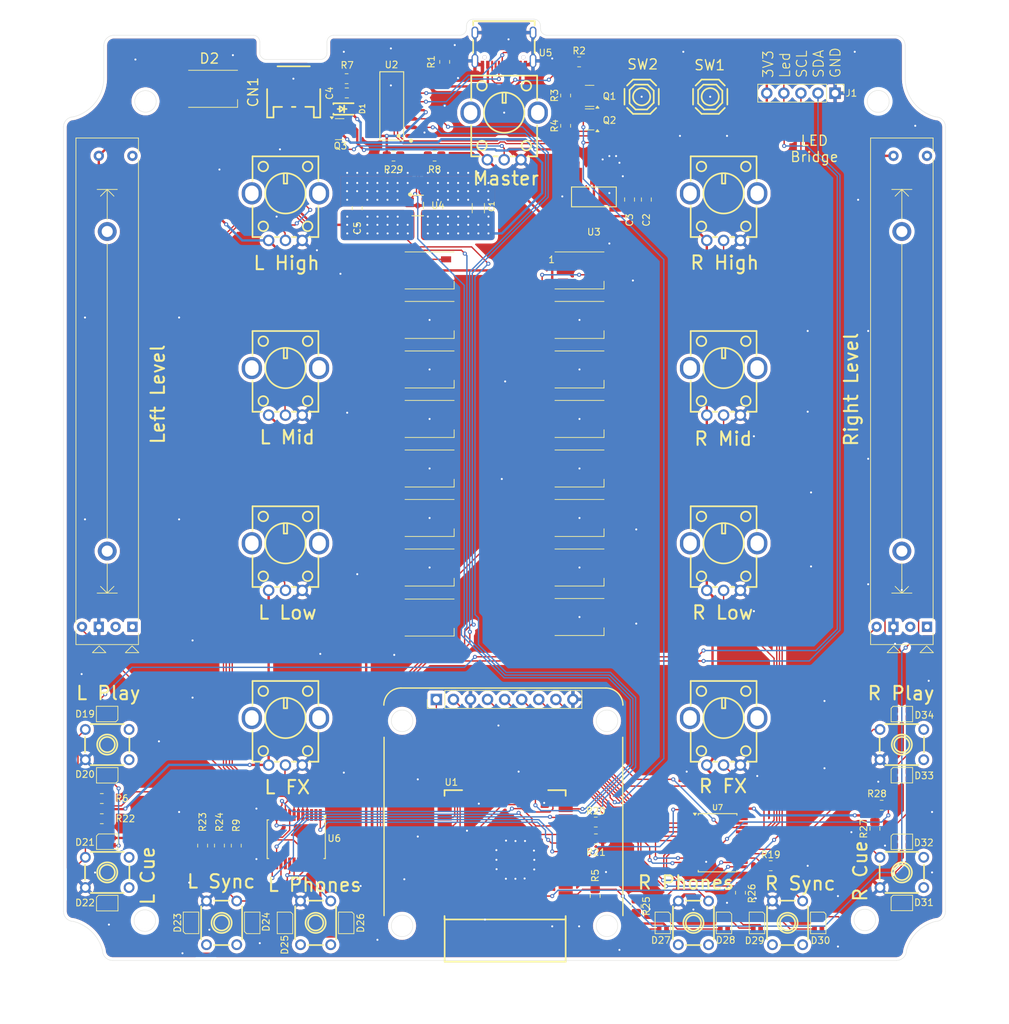
<source format=kicad_pcb>
(kicad_pcb
	(version 20241229)
	(generator "pcbnew")
	(generator_version "9.0")
	(general
		(thickness 1.6)
		(legacy_teardrops no)
	)
	(paper "A4")
	(layers
		(0 "F.Cu" signal)
		(2 "B.Cu" signal)
		(9 "F.Adhes" user "F.Adhesive")
		(11 "B.Adhes" user "B.Adhesive")
		(13 "F.Paste" user)
		(15 "B.Paste" user)
		(5 "F.SilkS" user "F.Silkscreen")
		(7 "B.SilkS" user "B.Silkscreen")
		(1 "F.Mask" user)
		(3 "B.Mask" user)
		(17 "Dwgs.User" user "User.Drawings")
		(19 "Cmts.User" user "User.Comments")
		(21 "Eco1.User" user "User.Eco1")
		(23 "Eco2.User" user "User.Eco2")
		(25 "Edge.Cuts" user)
		(27 "Margin" user)
		(31 "F.CrtYd" user "F.Courtyard")
		(29 "B.CrtYd" user "B.Courtyard")
		(35 "F.Fab" user)
		(33 "B.Fab" user)
		(39 "User.1" user)
		(41 "User.2" user)
		(43 "User.3" user)
		(45 "User.4" user)
		(47 "User.5" user)
		(49 "User.6" user)
		(51 "User.7" user)
		(53 "User.8" user)
		(55 "User.9" user)
	)
	(setup
		(pad_to_mask_clearance 0)
		(allow_soldermask_bridges_in_footprints no)
		(tenting front back)
		(pcbplotparams
			(layerselection 0x00000000_00000000_55555555_55555570)
			(plot_on_all_layers_selection 0x00000000_00000000_00000000_00000000)
			(disableapertmacros no)
			(usegerberextensions no)
			(usegerberattributes yes)
			(usegerberadvancedattributes yes)
			(creategerberjobfile yes)
			(dashed_line_dash_ratio 12.000000)
			(dashed_line_gap_ratio 3.000000)
			(svgprecision 4)
			(plotframeref no)
			(mode 1)
			(useauxorigin no)
			(hpglpennumber 1)
			(hpglpenspeed 20)
			(hpglpendiameter 15.000000)
			(pdf_front_fp_property_popups yes)
			(pdf_back_fp_property_popups yes)
			(pdf_metadata yes)
			(pdf_single_document no)
			(dxfpolygonmode yes)
			(dxfimperialunits no)
			(dxfusepcbnewfont yes)
			(psnegative no)
			(psa4output no)
			(plot_black_and_white yes)
			(sketchpadsonfab no)
			(plotpadnumbers no)
			(hidednponfab no)
			(sketchdnponfab yes)
			(crossoutdnponfab yes)
			(subtractmaskfromsilk no)
			(outputformat 3)
			(mirror no)
			(drillshape 0)
			(scaleselection 1)
			(outputdirectory "/home/vico/chamba/dj/pcb/djBoard_v06/")
		)
	)
	(net 0 "")
	(net 1 "GND")
	(net 2 "VUSB")
	(net 3 "3.3V")
	(net 4 "VBAT")
	(net 5 "/ESP_13_LED")
	(net 6 "/Leds_Status_OUT")
	(net 7 "Net-(D3-DOUT)")
	(net 8 "Net-(D4-DOUT)")
	(net 9 "Net-(D5-DOUT)")
	(net 10 "Net-(D6-DOUT)")
	(net 11 "Net-(D7-DOUT)")
	(net 12 "Net-(D8-DOUT)")
	(net 13 "Net-(D10-DIN)")
	(net 14 "/Leds_L_Level_OUT")
	(net 15 "Net-(D11-DOUT)")
	(net 16 "Net-(D12-DOUT)")
	(net 17 "Net-(D13-DOUT)")
	(net 18 "Net-(D14-DOUT)")
	(net 19 "Net-(D15-DOUT)")
	(net 20 "Net-(D16-DOUT)")
	(net 21 "Net-(D17-DOUT)")
	(net 22 "/Leds_R_Level_OUT")
	(net 23 "Net-(R1-Pad1)")
	(net 24 "Net-(R2-Pad1)")
	(net 25 "Net-(U2-UD+)")
	(net 26 "Net-(U2-UD-)")
	(net 27 "/~{RESET}")
	(net 28 "/ESP_0{slash}QPWR")
	(net 29 "Net-(U4-PROG)")
	(net 30 "Net-(U6-~{E})")
	(net 31 "Net-(U7-~{E})")
	(net 32 "/MUX_A_C0")
	(net 33 "/MUX_A_C1")
	(net 34 "/MUX_A_C2")
	(net 35 "/MUX_A_C3")
	(net 36 "/MUX_A_C4")
	(net 37 "/MUX_A_C5")
	(net 38 "/MUX_A_C11")
	(net 39 "/MUX_A_C12")
	(net 40 "/MUX_A_C13")
	(net 41 "/MUX_A_C14")
	(net 42 "/MUX_B_C0")
	(net 43 "/MUX_B_C1")
	(net 44 "/MUX_B_C2")
	(net 45 "/ESP_ADC1_CH7_BATT")
	(net 46 "/ESP_32_MUX_A_S3")
	(net 47 "/ESP_16_MUX_B_S0")
	(net 48 "unconnected-(U1-IO12-Pad14)")
	(net 49 "unconnected-(U1-NC-Pad17)")
	(net 50 "unconnected-(U1-NC-Pad19)")
	(net 51 "unconnected-(U1-NC-Pad18)")
	(net 52 "unconnected-(U1-IO4-Pad26)")
	(net 53 "/ESP_18_MUX_B_S2")
	(net 54 "unconnected-(U1-IO2-Pad24)")
	(net 55 "/ESP_25_MUX_A_S1")
	(net 56 "/ESP_17_MUX_B_S1")
	(net 57 "unconnected-(U1-IO5-Pad29)")
	(net 58 "unconnected-(U1-NC-Pad21)")
	(net 59 "unconnected-(U1-NC-Pad22)")
	(net 60 "/ESP_SCL")
	(net 61 "/CH340_RX")
	(net 62 "unconnected-(U1-IO23-Pad37)")
	(net 63 "/ESP_SDA")
	(net 64 "/ESP_ADC1_CH6_MUX_B_COM")
	(net 65 "unconnected-(U1-SENSOR_VN-Pad5)")
	(net 66 "unconnected-(U1-NC-Pad32)")
	(net 67 "/ESP_26_MUX_A_S0")
	(net 68 "/CH340_TX")
	(net 69 "unconnected-(U1-NC-Pad20)")
	(net 70 "/ESP14_CHG_SIGNAL")
	(net 71 "/ESP_27_MUX_A_S2")
	(net 72 "/ESP_19_MUX_B_S3")
	(net 73 "unconnected-(U1-IO15-Pad23)")
	(net 74 "/ESP_ADC1_CH5_MUX_A_COM")
	(net 75 "unconnected-(U2-~{RI}-Pad11)")
	(net 76 "unconnected-(U2-~{DCD}-Pad12)")
	(net 77 "unconnected-(U2-~{CTS}-Pad9)")
	(net 78 "unconnected-(U2-~{DSR}-Pad10)")
	(net 79 "unconnected-(U2-R232-Pad15)")
	(net 80 "unconnected-(U2-~{OUT}{slash}~{DTR}-Pad8)")
	(net 81 "unconnected-(U2-NC-Pad7)")
	(net 82 "/MUX_B_C9_SW5")
	(net 83 "/MUX_B_C7_SW3")
	(net 84 "/MUX_B_C8_SW4")
	(net 85 "/MUX_B_C4_ENC_B")
	(net 86 "/MUX_B_C6_SW2")
	(net 87 "/MUX_B_C3_ENC_A")
	(net 88 "/MUX_B_C5_SW1")
	(net 89 "Net-(Q1-B)")
	(net 90 "/MUX_B_C14_RV6")
	(net 91 "/MUX_B_C15_SW7")
	(net 92 "unconnected-(U6-I6-Pad3)")
	(net 93 "/MUX_B_C13_RV7")
	(net 94 "unconnected-(U6-I7-Pad2)")
	(net 95 "/MUX_B_C12_RV8")
	(net 96 "/MUX_B_C11_RV9")
	(net 97 "/MUX_B_C10_RV11")
	(net 98 "unconnected-(U6-I8-Pad23)")
	(net 99 "unconnected-(U6-I10-Pad21)")
	(net 100 "unconnected-(U6-I9-Pad22)")
	(net 101 "unconnected-(U6-I15-Pad16)")
	(net 102 "unconnected-(U5-PadA8)")
	(net 103 "unconnected-(U5-PadB8)")
	(net 104 "Net-(Q1-E)")
	(net 105 "Net-(Q2-E)")
	(net 106 "Net-(Q2-B)")
	(net 107 "Net-(D1--)")
	(net 108 "unconnected-(R11-EH-Pad5)")
	(net 109 "unconnected-(R11-EH-Pad4)")
	(net 110 "unconnected-(R12-EH-Pad5)")
	(net 111 "unconnected-(R12-EH-Pad4)")
	(net 112 "unconnected-(R13-EH-Pad5)")
	(net 113 "unconnected-(R13-EH-Pad4)")
	(net 114 "unconnected-(R14-EH-Pad5)")
	(net 115 "unconnected-(R14-EH-Pad4)")
	(net 116 "unconnected-(R15-EH-Pad4)")
	(net 117 "unconnected-(R15-EH-Pad5)")
	(net 118 "unconnected-(R16-EH-Pad4)")
	(net 119 "unconnected-(R16-EH-Pad5)")
	(net 120 "unconnected-(R17-EH-Pad4)")
	(net 121 "unconnected-(R17-EH-Pad5)")
	(net 122 "unconnected-(R18-EH-Pad5)")
	(net 123 "unconnected-(R18-EH-Pad4)")
	(net 124 "unconnected-(R10-EH-Pad5)")
	(net 125 "unconnected-(R10-EH-Pad4)")
	(net 126 "unconnected-(U1-SENSOR_VP-Pad4)")
	(net 127 "/Leds_extension_OUT")
	(net 128 "Net-(D19-DOUT)")
	(net 129 "Net-(D20-DOUT)")
	(net 130 "Net-(D21-DOUT)")
	(net 131 "Net-(D22-DOUT)")
	(net 132 "Net-(D23-DOUT)")
	(net 133 "Net-(D24-DOUT)")
	(net 134 "Net-(D25-DOUT)")
	(net 135 "Net-(D26-DOUT)")
	(net 136 "Net-(D27-DOUT)")
	(net 137 "Net-(D28-DOUT)")
	(net 138 "Net-(D29-DOUT)")
	(net 139 "Net-(D30-DOUT)")
	(net 140 "Net-(D31-DOUT)")
	(net 141 "Net-(D32-DOUT)")
	(net 142 "Net-(D33-DOUT)")
	(footprint "LED_SMD:LED_WS2812B_PLCC4_5.0x5.0mm_P3.2mm" (layer "F.Cu") (at 103.556 61))
	(footprint "easyeda2kicad:KEY-TH_4P-L6.0-W6.0-P4.50-LS6.5-TL" (layer "F.Cu") (at 33.306848 150.483187))
	(footprint "LED_SMD:LED_WS2812B_PLCC4_5.0x5.0mm_P3.2mm" (layer "F.Cu") (at 81.256845 75.72))
	(footprint "easyeda2kicad:KEY-TH_4P-L6.0-W6.0-P4.50-LS6.5-TL" (layer "F.Cu") (at 120.50684 157.98319 -90))
	(footprint "easyeda2kicad:RES-TH_RK09K1130A70" (layer "F.Cu") (at 124.995052 49.540892))
	(footprint "easyeda2kicad:RES-TH_RK09K1130A70" (layer "F.Cu") (at 59.818617 75.509484))
	(footprint "easyeda2kicad:WIFI-SMD_ESP32-WROOM-32E" (layer "F.Cu") (at 92.5 147.276835 90))
	(footprint "LED_SMD:LED_WS2812B-2020_PLCC4_2.0x2.0mm" (layer "F.Cu") (at 151.506835 145.931378))
	(footprint "LED_SMD:LED_WS2812B-2020_PLCC4_2.0x2.0mm" (layer "F.Cu") (at 125.047748 157.98319 -90))
	(footprint "Resistor_SMD:R_0805_2012Metric_Pad1.20x1.40mm_HandSolder" (layer "F.Cu") (at 75.889474 43.998001 180))
	(footprint "easyeda2kicad:RES-TH_RK09K1130A70" (layer "F.Cu") (at 124.99506 101.558419))
	(footprint "LED_SMD:LED_WS2812B_PLCC4_5.0x5.0mm_P3.2mm" (layer "F.Cu") (at 81.256845 105.16))
	(footprint "easyeda2kicad:SOT-23-5_L3.0-W1.7-P0.95-LS2.8-BL" (layer "F.Cu") (at 79.489838 51.35 -90))
	(footprint "LED_SMD:LED_WS2812B-2020_PLCC4_2.0x2.0mm" (layer "F.Cu") (at 151.506833 126.941762))
	(footprint "Resistor_SMD:R_0805_2012Metric_Pad1.20x1.40mm_HandSolder" (layer "F.Cu") (at 32.5 142.5))
	(footprint "Capacitor_SMD:C_1206_3216Metric" (layer "F.Cu") (at 88.510094 51.744673 90))
	(footprint "LED_SMD:LED_WS2812B_PLCC4_5.0x5.0mm_P3.2mm" (layer "F.Cu") (at 81.256845 97.8))
	(footprint "LED_SMD:LED_WS2812B-2020_PLCC4_2.0x2.0mm" (layer "F.Cu") (at 151.506833 136.029809))
	(footprint "easyeda2kicad:KEY-TH_4P-L6.0-W6.0-P4.50-LS6.5-TL" (layer "F.Cu") (at 64.306844 157.983191 -90))
	(footprint "LED_SMD:LED_WS2812B-2020_PLCC4_2.0x2.0mm" (layer "F.Cu") (at 33.306848 145.913872))
	(footprint "LED_SMD:LED_WS2812B_PLCC4_5.0x5.0mm_P3.2mm" (layer "F.Cu") (at 81.256845 61))
	(footprint "easyeda2kicad:RES-TH_RK09K1130A70" (layer "F.Cu") (at 59.818615 127.528408))
	(footprint "Resistor_SMD:R_0805_2012Metric_Pad1.20x1.40mm_HandSolder" (layer "F.Cu") (at 83.5 30 90))
	(footprint "easyeda2kicad:SOT-223-3_L6.5-W3.4-P2.30-LS7.0-BR" (layer "F.Cu") (at 105.7 49.970001 90))
	(footprint "LED_SMD:LED_WS2812B-2020_PLCC4_2.0x2.0mm" (layer "F.Cu") (at 151.506835 155.023192))
	(footprint "LED_SMD:LED_WS2812B_PLCC4_5.0x5.0mm_P3.2mm" (layer "F.Cu") (at 103.556 105.16))
	(footprint "easyeda2kicad:TYPE-C-SMD_HX-TYPE-C-16PIN" (layer "F.Cu") (at 92.32 28.03 180))
	(footprint "LED_SMD:LED_WS2812B-2020_PLCC4_2.0x2.0mm" (layer "F.Cu") (at 33.293093 126.938186 180))
	(footprint "easyeda2kicad:RES-TH_RK09K1130A70" (layer "F.Cu") (at 124.995067 127.528406))
	(footprint "Resistor_SMD:R_0805_2012Metric_Pad1.20x1.40mm_HandSolder" (layer "F.Cu") (at 52.5 146.5 90))
	(footprint "LED_SMD:LED_WS2812B-2020_PLCC4_2.0x2.0mm"
		(layer "F.Cu")
		(uuid "597e0f84-4496-453b-b415-10889156b2c8")
		(at 33.306849 136.05 180)
		(descr "2.0mm x 2.0mm Addressable RGB LED NeoPixel Nano, 12 mA, https://cdn-shop.adafruit.com/product-files/4684/4684_WS2812B-2020_V1.3_EN.pdf")
		(tags "LED RGB NeoPixel Nano PLCC-4 2020")
		(property "Reference" "D20"
			(at 3.306849 0.15 0)
			(layer "F.SilkS")
			(uuid "5c8caac3-3b0f-4110-b519-004ead33be87")
			(effects
				(font
					(size 1 1)
					(thickness 0.15)
				)
			)
		)
		(property "Value" "WS2812B-2020"
			(at 0 2.2 0)
			(layer "F.Fab")
			(uuid "fa2cbc47-234c-4589-9b59-be90ffcfdc6a")
			(effects
				(font
					(size 1 1)
					(thickness 0.15)
				)
			)
		)
		(property
... [1684947 chars truncated]
</source>
